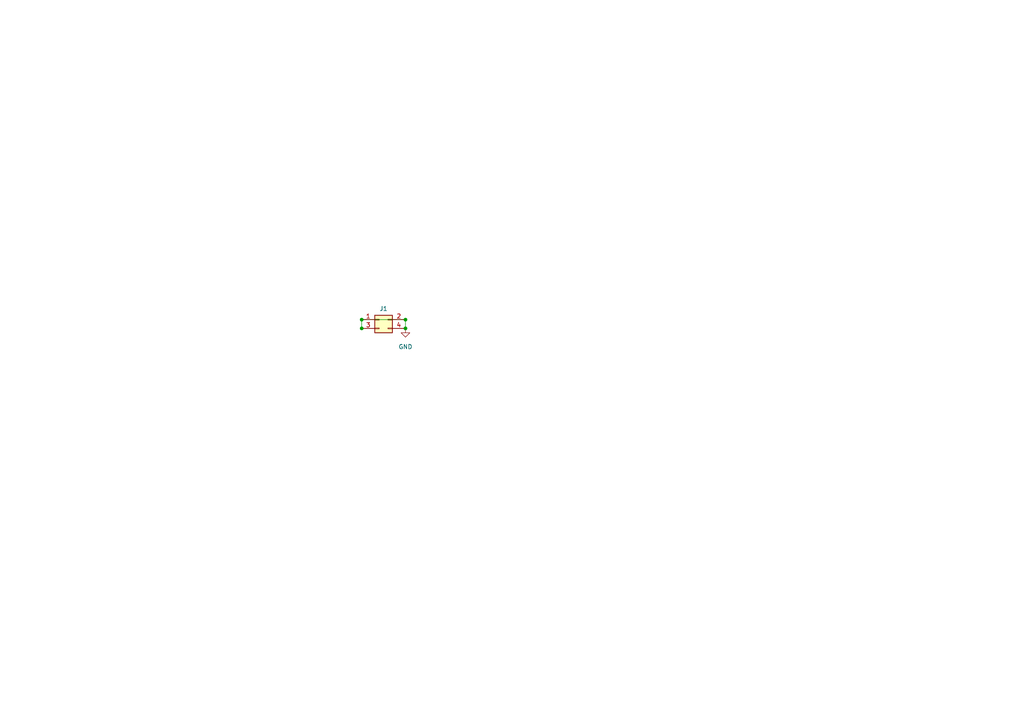
<source format=kicad_sch>
(kicad_sch (version 20230121) (generator eeschema)

  (uuid 56af96c2-9481-483d-b9ff-0445e2e0cd2c)

  (paper "A4")

  (lib_symbols
    (symbol "PCM_EuroRackTools:02x02" (pin_names (offset 1.016) hide) (in_bom yes) (on_board yes)
      (property "Reference" "J" (at 1.27 2.54 0)
        (effects (font (size 1.27 1.27)))
      )
      (property "Value" "02x02" (at 1.27 -5.08 0)
        (effects (font (size 1.27 1.27)) hide)
      )
      (property "Footprint" "Connector_PinHeader_2.54mm:PinHeader_2x02_P2.54mm_Vertical_SMD" (at 2.54 5.08 0)
        (effects (font (size 1.27 1.27)) hide)
      )
      (property "Datasheet" "~" (at 0 0 0)
        (effects (font (size 1.27 1.27)) hide)
      )
      (property "lcsc" "C3975147" (at 2.54 6.35 0)
        (effects (font (size 1.27 1.27)) hide)
      )
      (property "ki_keywords" "connector" (at 0 0 0)
        (effects (font (size 1.27 1.27)) hide)
      )
      (property "ki_description" "Generic connector, double row, 02x02, odd/even pin numbering scheme (row 1 odd numbers, row 2 even numbers), script generated (kicad-library-utils/schlib/autogen/connector/)" (at 0 0 0)
        (effects (font (size 1.27 1.27)) hide)
      )
      (property "ki_fp_filters" "Connector*:*_2x??_*" (at 0 0 0)
        (effects (font (size 1.27 1.27)) hide)
      )
      (symbol "02x02_1_1"
        (rectangle (start -1.27 -2.413) (end 0 -2.667)
          (stroke (width 0.1524) (type default))
          (fill (type none))
        )
        (rectangle (start -1.27 0.127) (end 0 -0.127)
          (stroke (width 0.1524) (type default))
          (fill (type none))
        )
        (rectangle (start -1.27 1.27) (end 3.81 -3.81)
          (stroke (width 0.254) (type default))
          (fill (type background))
        )
        (rectangle (start 3.81 -2.413) (end 2.54 -2.667)
          (stroke (width 0.1524) (type default))
          (fill (type none))
        )
        (rectangle (start 3.81 0.127) (end 2.54 -0.127)
          (stroke (width 0.1524) (type default))
          (fill (type none))
        )
        (pin passive line (at -5.08 0 0) (length 3.81)
          (name "Pin_1" (effects (font (size 1.27 1.27))))
          (number "1" (effects (font (size 1.27 1.27))))
        )
        (pin passive line (at 7.62 0 180) (length 3.81)
          (name "Pin_2" (effects (font (size 1.27 1.27))))
          (number "2" (effects (font (size 1.27 1.27))))
        )
        (pin passive line (at -5.08 -2.54 0) (length 3.81)
          (name "Pin_3" (effects (font (size 1.27 1.27))))
          (number "3" (effects (font (size 1.27 1.27))))
        )
        (pin passive line (at 7.62 -2.54 180) (length 3.81)
          (name "Pin_4" (effects (font (size 1.27 1.27))))
          (number "4" (effects (font (size 1.27 1.27))))
        )
      )
    )
    (symbol "power:GND" (power) (pin_names (offset 0)) (in_bom yes) (on_board yes)
      (property "Reference" "#PWR" (at 0 -6.35 0)
        (effects (font (size 1.27 1.27)) hide)
      )
      (property "Value" "GND" (at 0 -3.81 0)
        (effects (font (size 1.27 1.27)))
      )
      (property "Footprint" "" (at 0 0 0)
        (effects (font (size 1.27 1.27)) hide)
      )
      (property "Datasheet" "" (at 0 0 0)
        (effects (font (size 1.27 1.27)) hide)
      )
      (property "ki_keywords" "global power" (at 0 0 0)
        (effects (font (size 1.27 1.27)) hide)
      )
      (property "ki_description" "Power symbol creates a global label with name \"GND\" , ground" (at 0 0 0)
        (effects (font (size 1.27 1.27)) hide)
      )
      (symbol "GND_0_1"
        (polyline
          (pts
            (xy 0 0)
            (xy 0 -1.27)
            (xy 1.27 -1.27)
            (xy 0 -2.54)
            (xy -1.27 -1.27)
            (xy 0 -1.27)
          )
          (stroke (width 0) (type default))
          (fill (type none))
        )
      )
      (symbol "GND_1_1"
        (pin power_in line (at 0 0 270) (length 0) hide
          (name "GND" (effects (font (size 1.27 1.27))))
          (number "1" (effects (font (size 1.27 1.27))))
        )
      )
    )
  )

  (junction (at 104.902 95.25) (diameter 0) (color 0 0 0 0)
    (uuid 0af3373a-3ee2-440a-88b2-df44ed1039ee)
  )
  (junction (at 104.902 92.71) (diameter 0) (color 0 0 0 0)
    (uuid 4c58862e-5ddb-4c01-a5aa-f98dfd21661b)
  )
  (junction (at 117.602 95.25) (diameter 0) (color 0 0 0 0)
    (uuid 5a9db3e1-e07c-458a-abff-2901dd1b94bf)
  )
  (junction (at 117.602 92.71) (diameter 0) (color 0 0 0 0)
    (uuid 92fb66bb-f515-4fb6-9140-5432674545d6)
  )

  (wire (pts (xy 117.602 92.71) (xy 104.902 92.71))
    (stroke (width 0) (type default))
    (uuid 0b547af8-513a-4105-a6b2-25503d0c4767)
  )
  (wire (pts (xy 117.602 95.25) (xy 117.602 92.71))
    (stroke (width 0) (type default))
    (uuid 1a315700-e3ca-46e4-aa26-31bf8a7cdec5)
  )
  (wire (pts (xy 104.902 95.25) (xy 105.156 95.25))
    (stroke (width 0) (type default))
    (uuid 7477463d-7159-419c-8b0b-87c0fb0cc600)
  )
  (wire (pts (xy 104.902 92.71) (xy 104.902 95.25))
    (stroke (width 0) (type default))
    (uuid bce569ac-cfde-4db8-a16d-e2d3ce0b3889)
  )

  (symbol (lib_id "PCM_EuroRackTools:02x02") (at 109.982 92.71 0) (unit 1)
    (in_bom yes) (on_board yes) (dnp no) (fields_autoplaced)
    (uuid 77b68c5a-486a-42a7-8434-32fa3d67ea9f)
    (property "Reference" "J1" (at 111.252 89.535 0)
      (effects (font (size 1.27 1.27)))
    )
    (property "Value" "02x02" (at 111.252 97.79 0)
      (effects (font (size 1.27 1.27)) hide)
    )
    (property "Footprint" "Connector_PinHeader_2.54mm:PinHeader_2x02_P2.54mm_Vertical_SMD" (at 112.522 87.63 0)
      (effects (font (size 1.27 1.27)) hide)
    )
    (property "Datasheet" "~" (at 109.982 92.71 0)
      (effects (font (size 1.27 1.27)) hide)
    )
    (property "lcsc" "C3975147" (at 112.522 86.36 0)
      (effects (font (size 1.27 1.27)) hide)
    )
    (pin "1" (uuid 682fb949-b94f-47c6-8fff-c596fa1ac18f))
    (pin "2" (uuid b1910c0e-5bbb-47d2-81d0-daeeeef890df))
    (pin "3" (uuid cc06901f-1b18-4e5a-abd3-dcafb3178908))
    (pin "4" (uuid 8349baaf-f5a2-4672-8587-4578f943b31b))
    (instances
      (project "wyw_r_faceplate"
        (path "/56af96c2-9481-483d-b9ff-0445e2e0cd2c"
          (reference "J1") (unit 1)
        )
      )
    )
  )

  (symbol (lib_id "power:GND") (at 117.602 95.25 0) (unit 1)
    (in_bom yes) (on_board yes) (dnp no) (fields_autoplaced)
    (uuid b7d6df6f-20be-469e-983b-b7d096e9c06a)
    (property "Reference" "#PWR01" (at 117.602 101.6 0)
      (effects (font (size 1.27 1.27)) hide)
    )
    (property "Value" "GND" (at 117.602 100.584 0)
      (effects (font (size 1.27 1.27)))
    )
    (property "Footprint" "" (at 117.602 95.25 0)
      (effects (font (size 1.27 1.27)) hide)
    )
    (property "Datasheet" "" (at 117.602 95.25 0)
      (effects (font (size 1.27 1.27)) hide)
    )
    (pin "1" (uuid 16760ffe-f27c-44f0-a200-ecd589ed053c))
    (instances
      (project "wyw_r_faceplate"
        (path "/56af96c2-9481-483d-b9ff-0445e2e0cd2c"
          (reference "#PWR01") (unit 1)
        )
      )
    )
  )

  (sheet_instances
    (path "/" (page "1"))
  )
)

</source>
